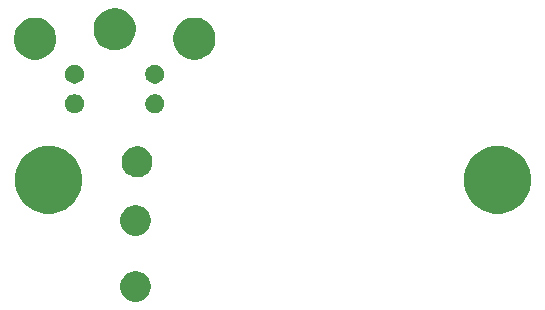
<source format=gbr>
G04 #@! TF.GenerationSoftware,KiCad,Pcbnew,(5.1.4)-1*
G04 #@! TF.CreationDate,2020-06-19T15:30:03+02:00*
G04 #@! TF.ProjectId,S-VHS ZX Spectrum Rev. C,532d5648-5320-45a5-9820-537065637472,rev?*
G04 #@! TF.SameCoordinates,Original*
G04 #@! TF.FileFunction,Soldermask,Bot*
G04 #@! TF.FilePolarity,Negative*
%FSLAX46Y46*%
G04 Gerber Fmt 4.6, Leading zero omitted, Abs format (unit mm)*
G04 Created by KiCad (PCBNEW (5.1.4)-1) date 2020-06-19 15:30:03*
%MOMM*%
%LPD*%
G04 APERTURE LIST*
%ADD10C,0.150000*%
G04 APERTURE END LIST*
D10*
G36*
X146683393Y-110255304D02*
G01*
X146920101Y-110353352D01*
X146920103Y-110353353D01*
X147133135Y-110495696D01*
X147314304Y-110676865D01*
X147456647Y-110889897D01*
X147456648Y-110889899D01*
X147554696Y-111126607D01*
X147604680Y-111377893D01*
X147604680Y-111634107D01*
X147554696Y-111885393D01*
X147456648Y-112122101D01*
X147456647Y-112122103D01*
X147314304Y-112335135D01*
X147133135Y-112516304D01*
X146920103Y-112658647D01*
X146920102Y-112658648D01*
X146920101Y-112658648D01*
X146683393Y-112756696D01*
X146432107Y-112806680D01*
X146175893Y-112806680D01*
X145924607Y-112756696D01*
X145687899Y-112658648D01*
X145687898Y-112658648D01*
X145687897Y-112658647D01*
X145474865Y-112516304D01*
X145293696Y-112335135D01*
X145151353Y-112122103D01*
X145151352Y-112122101D01*
X145053304Y-111885393D01*
X145003320Y-111634107D01*
X145003320Y-111377893D01*
X145053304Y-111126607D01*
X145151352Y-110889899D01*
X145151353Y-110889897D01*
X145293696Y-110676865D01*
X145474865Y-110495696D01*
X145687897Y-110353353D01*
X145687899Y-110353352D01*
X145924607Y-110255304D01*
X146175893Y-110205320D01*
X146432107Y-110205320D01*
X146683393Y-110255304D01*
X146683393Y-110255304D01*
G37*
G36*
X146683393Y-104667304D02*
G01*
X146920101Y-104765352D01*
X146920103Y-104765353D01*
X147133135Y-104907696D01*
X147314304Y-105088865D01*
X147456647Y-105301897D01*
X147456648Y-105301899D01*
X147554696Y-105538607D01*
X147604680Y-105789893D01*
X147604680Y-106046107D01*
X147554696Y-106297393D01*
X147456648Y-106534101D01*
X147456647Y-106534103D01*
X147314304Y-106747135D01*
X147133135Y-106928304D01*
X146920103Y-107070647D01*
X146920102Y-107070648D01*
X146920101Y-107070648D01*
X146683393Y-107168696D01*
X146432107Y-107218680D01*
X146175893Y-107218680D01*
X145924607Y-107168696D01*
X145687899Y-107070648D01*
X145687898Y-107070648D01*
X145687897Y-107070647D01*
X145474865Y-106928304D01*
X145293696Y-106747135D01*
X145151353Y-106534103D01*
X145151352Y-106534101D01*
X145053304Y-106297393D01*
X145003320Y-106046107D01*
X145003320Y-105789893D01*
X145053304Y-105538607D01*
X145151352Y-105301899D01*
X145151353Y-105301897D01*
X145293696Y-105088865D01*
X145474865Y-104907696D01*
X145687897Y-104765353D01*
X145687899Y-104765352D01*
X145924607Y-104667304D01*
X146175893Y-104617320D01*
X146432107Y-104617320D01*
X146683393Y-104667304D01*
X146683393Y-104667304D01*
G37*
G36*
X177363119Y-99664320D02*
G01*
X177781606Y-99747562D01*
X178300455Y-99962476D01*
X178767407Y-100274484D01*
X179164516Y-100671593D01*
X179476524Y-101138545D01*
X179691438Y-101657394D01*
X179801000Y-102208201D01*
X179801000Y-102769799D01*
X179691438Y-103320606D01*
X179476524Y-103839455D01*
X179164516Y-104306407D01*
X178767407Y-104703516D01*
X178300455Y-105015524D01*
X177781606Y-105230438D01*
X177230800Y-105340000D01*
X176669200Y-105340000D01*
X176118394Y-105230438D01*
X175599545Y-105015524D01*
X175132593Y-104703516D01*
X174735484Y-104306407D01*
X174423476Y-103839455D01*
X174208562Y-103320606D01*
X174099000Y-102769799D01*
X174099000Y-102208201D01*
X174208562Y-101657394D01*
X174423476Y-101138545D01*
X174735484Y-100671593D01*
X175132593Y-100274484D01*
X175599545Y-99962476D01*
X176118394Y-99747562D01*
X176536881Y-99664320D01*
X176669200Y-99638000D01*
X177230800Y-99638000D01*
X177363119Y-99664320D01*
X177363119Y-99664320D01*
G37*
G36*
X139351119Y-99664320D02*
G01*
X139769606Y-99747562D01*
X140288455Y-99962476D01*
X140755407Y-100274484D01*
X141152516Y-100671593D01*
X141464524Y-101138545D01*
X141679438Y-101657394D01*
X141789000Y-102208201D01*
X141789000Y-102769799D01*
X141679438Y-103320606D01*
X141464524Y-103839455D01*
X141152516Y-104306407D01*
X140755407Y-104703516D01*
X140288455Y-105015524D01*
X139769606Y-105230438D01*
X139218800Y-105340000D01*
X138657200Y-105340000D01*
X138106394Y-105230438D01*
X137587545Y-105015524D01*
X137120593Y-104703516D01*
X136723484Y-104306407D01*
X136411476Y-103839455D01*
X136196562Y-103320606D01*
X136087000Y-102769799D01*
X136087000Y-102208201D01*
X136196562Y-101657394D01*
X136411476Y-101138545D01*
X136723484Y-100671593D01*
X137120593Y-100274484D01*
X137587545Y-99962476D01*
X138106394Y-99747562D01*
X138524881Y-99664320D01*
X138657200Y-99638000D01*
X139218800Y-99638000D01*
X139351119Y-99664320D01*
X139351119Y-99664320D01*
G37*
G36*
X146810393Y-99714304D02*
G01*
X147047101Y-99812352D01*
X147047103Y-99812353D01*
X147260135Y-99954696D01*
X147441304Y-100135865D01*
X147533925Y-100274483D01*
X147583648Y-100348899D01*
X147681696Y-100585607D01*
X147731680Y-100836893D01*
X147731680Y-101093107D01*
X147681696Y-101344393D01*
X147583648Y-101581101D01*
X147583647Y-101581103D01*
X147441304Y-101794135D01*
X147260135Y-101975304D01*
X147047103Y-102117647D01*
X147047102Y-102117648D01*
X147047101Y-102117648D01*
X146810393Y-102215696D01*
X146559107Y-102265680D01*
X146302893Y-102265680D01*
X146051607Y-102215696D01*
X145814899Y-102117648D01*
X145814898Y-102117648D01*
X145814897Y-102117647D01*
X145601865Y-101975304D01*
X145420696Y-101794135D01*
X145278353Y-101581103D01*
X145278352Y-101581101D01*
X145180304Y-101344393D01*
X145130320Y-101093107D01*
X145130320Y-100836893D01*
X145180304Y-100585607D01*
X145278352Y-100348899D01*
X145328075Y-100274483D01*
X145420696Y-100135865D01*
X145601865Y-99954696D01*
X145814897Y-99812353D01*
X145814899Y-99812352D01*
X146051607Y-99714304D01*
X146302893Y-99664320D01*
X146559107Y-99664320D01*
X146810393Y-99714304D01*
X146810393Y-99714304D01*
G37*
G36*
X148166642Y-95264781D02*
G01*
X148312414Y-95325162D01*
X148312416Y-95325163D01*
X148443608Y-95412822D01*
X148555178Y-95524392D01*
X148642837Y-95655584D01*
X148642838Y-95655586D01*
X148703219Y-95801358D01*
X148734000Y-95956107D01*
X148734000Y-96113893D01*
X148703219Y-96268642D01*
X148642838Y-96414414D01*
X148642837Y-96414416D01*
X148555178Y-96545608D01*
X148443608Y-96657178D01*
X148312416Y-96744837D01*
X148312415Y-96744838D01*
X148312414Y-96744838D01*
X148166642Y-96805219D01*
X148011893Y-96836000D01*
X147854107Y-96836000D01*
X147699358Y-96805219D01*
X147553586Y-96744838D01*
X147553585Y-96744838D01*
X147553584Y-96744837D01*
X147422392Y-96657178D01*
X147310822Y-96545608D01*
X147223163Y-96414416D01*
X147223162Y-96414414D01*
X147162781Y-96268642D01*
X147132000Y-96113893D01*
X147132000Y-95956107D01*
X147162781Y-95801358D01*
X147223162Y-95655586D01*
X147223163Y-95655584D01*
X147310822Y-95524392D01*
X147422392Y-95412822D01*
X147553584Y-95325163D01*
X147553586Y-95325162D01*
X147699358Y-95264781D01*
X147854107Y-95234000D01*
X148011893Y-95234000D01*
X148166642Y-95264781D01*
X148166642Y-95264781D01*
G37*
G36*
X141366642Y-95264781D02*
G01*
X141512414Y-95325162D01*
X141512416Y-95325163D01*
X141643608Y-95412822D01*
X141755178Y-95524392D01*
X141842837Y-95655584D01*
X141842838Y-95655586D01*
X141903219Y-95801358D01*
X141934000Y-95956107D01*
X141934000Y-96113893D01*
X141903219Y-96268642D01*
X141842838Y-96414414D01*
X141842837Y-96414416D01*
X141755178Y-96545608D01*
X141643608Y-96657178D01*
X141512416Y-96744837D01*
X141512415Y-96744838D01*
X141512414Y-96744838D01*
X141366642Y-96805219D01*
X141211893Y-96836000D01*
X141054107Y-96836000D01*
X140899358Y-96805219D01*
X140753586Y-96744838D01*
X140753585Y-96744838D01*
X140753584Y-96744837D01*
X140622392Y-96657178D01*
X140510822Y-96545608D01*
X140423163Y-96414416D01*
X140423162Y-96414414D01*
X140362781Y-96268642D01*
X140332000Y-96113893D01*
X140332000Y-95956107D01*
X140362781Y-95801358D01*
X140423162Y-95655586D01*
X140423163Y-95655584D01*
X140510822Y-95524392D01*
X140622392Y-95412822D01*
X140753584Y-95325163D01*
X140753586Y-95325162D01*
X140899358Y-95264781D01*
X141054107Y-95234000D01*
X141211893Y-95234000D01*
X141366642Y-95264781D01*
X141366642Y-95264781D01*
G37*
G36*
X141366642Y-92764781D02*
G01*
X141512414Y-92825162D01*
X141512416Y-92825163D01*
X141643608Y-92912822D01*
X141755178Y-93024392D01*
X141842837Y-93155584D01*
X141842838Y-93155586D01*
X141903219Y-93301358D01*
X141934000Y-93456107D01*
X141934000Y-93613893D01*
X141903219Y-93768642D01*
X141842838Y-93914414D01*
X141842837Y-93914416D01*
X141755178Y-94045608D01*
X141643608Y-94157178D01*
X141512416Y-94244837D01*
X141512415Y-94244838D01*
X141512414Y-94244838D01*
X141366642Y-94305219D01*
X141211893Y-94336000D01*
X141054107Y-94336000D01*
X140899358Y-94305219D01*
X140753586Y-94244838D01*
X140753585Y-94244838D01*
X140753584Y-94244837D01*
X140622392Y-94157178D01*
X140510822Y-94045608D01*
X140423163Y-93914416D01*
X140423162Y-93914414D01*
X140362781Y-93768642D01*
X140332000Y-93613893D01*
X140332000Y-93456107D01*
X140362781Y-93301358D01*
X140423162Y-93155586D01*
X140423163Y-93155584D01*
X140510822Y-93024392D01*
X140622392Y-92912822D01*
X140753584Y-92825163D01*
X140753586Y-92825162D01*
X140899358Y-92764781D01*
X141054107Y-92734000D01*
X141211893Y-92734000D01*
X141366642Y-92764781D01*
X141366642Y-92764781D01*
G37*
G36*
X148166642Y-92764781D02*
G01*
X148312414Y-92825162D01*
X148312416Y-92825163D01*
X148443608Y-92912822D01*
X148555178Y-93024392D01*
X148642837Y-93155584D01*
X148642838Y-93155586D01*
X148703219Y-93301358D01*
X148734000Y-93456107D01*
X148734000Y-93613893D01*
X148703219Y-93768642D01*
X148642838Y-93914414D01*
X148642837Y-93914416D01*
X148555178Y-94045608D01*
X148443608Y-94157178D01*
X148312416Y-94244837D01*
X148312415Y-94244838D01*
X148312414Y-94244838D01*
X148166642Y-94305219D01*
X148011893Y-94336000D01*
X147854107Y-94336000D01*
X147699358Y-94305219D01*
X147553586Y-94244838D01*
X147553585Y-94244838D01*
X147553584Y-94244837D01*
X147422392Y-94157178D01*
X147310822Y-94045608D01*
X147223163Y-93914416D01*
X147223162Y-93914414D01*
X147162781Y-93768642D01*
X147132000Y-93613893D01*
X147132000Y-93456107D01*
X147162781Y-93301358D01*
X147223162Y-93155586D01*
X147223163Y-93155584D01*
X147310822Y-93024392D01*
X147422392Y-92912822D01*
X147553584Y-92825163D01*
X147553586Y-92825162D01*
X147699358Y-92764781D01*
X147854107Y-92734000D01*
X148011893Y-92734000D01*
X148166642Y-92764781D01*
X148166642Y-92764781D01*
G37*
G36*
X138188372Y-88797193D02*
G01*
X138303228Y-88820039D01*
X138627804Y-88954482D01*
X138919915Y-89149665D01*
X139168335Y-89398085D01*
X139363518Y-89690196D01*
X139454836Y-89910659D01*
X139497961Y-90014773D01*
X139566500Y-90359339D01*
X139566500Y-90710661D01*
X139534424Y-90871915D01*
X139497961Y-91055228D01*
X139363518Y-91379804D01*
X139168335Y-91671915D01*
X138919915Y-91920335D01*
X138627804Y-92115518D01*
X138303228Y-92249961D01*
X138188372Y-92272807D01*
X137958661Y-92318500D01*
X137607339Y-92318500D01*
X137377628Y-92272807D01*
X137262772Y-92249961D01*
X136938196Y-92115518D01*
X136646085Y-91920335D01*
X136397665Y-91671915D01*
X136202482Y-91379804D01*
X136068039Y-91055228D01*
X136031576Y-90871915D01*
X135999500Y-90710661D01*
X135999500Y-90359339D01*
X136068039Y-90014773D01*
X136111164Y-89910659D01*
X136202482Y-89690196D01*
X136397665Y-89398085D01*
X136646085Y-89149665D01*
X136938196Y-88954482D01*
X137262772Y-88820039D01*
X137377628Y-88797193D01*
X137607339Y-88751500D01*
X137958661Y-88751500D01*
X138188372Y-88797193D01*
X138188372Y-88797193D01*
G37*
G36*
X151688372Y-88797193D02*
G01*
X151803228Y-88820039D01*
X152127804Y-88954482D01*
X152419915Y-89149665D01*
X152668335Y-89398085D01*
X152863518Y-89690196D01*
X152954836Y-89910659D01*
X152997961Y-90014773D01*
X153066500Y-90359339D01*
X153066500Y-90710661D01*
X153034424Y-90871915D01*
X152997961Y-91055228D01*
X152863518Y-91379804D01*
X152668335Y-91671915D01*
X152419915Y-91920335D01*
X152127804Y-92115518D01*
X151803228Y-92249961D01*
X151688372Y-92272807D01*
X151458661Y-92318500D01*
X151107339Y-92318500D01*
X150877628Y-92272807D01*
X150762772Y-92249961D01*
X150438196Y-92115518D01*
X150146085Y-91920335D01*
X149897665Y-91671915D01*
X149702482Y-91379804D01*
X149568039Y-91055228D01*
X149531576Y-90871915D01*
X149499500Y-90710661D01*
X149499500Y-90359339D01*
X149568039Y-90014773D01*
X149611164Y-89910659D01*
X149702482Y-89690196D01*
X149897665Y-89398085D01*
X150146085Y-89149665D01*
X150438196Y-88954482D01*
X150762772Y-88820039D01*
X150877628Y-88797193D01*
X151107339Y-88751500D01*
X151458661Y-88751500D01*
X151688372Y-88797193D01*
X151688372Y-88797193D01*
G37*
G36*
X144938372Y-87997193D02*
G01*
X145053228Y-88020039D01*
X145377804Y-88154482D01*
X145669915Y-88349665D01*
X145918335Y-88598085D01*
X146113518Y-88890196D01*
X146247961Y-89214772D01*
X146247961Y-89214773D01*
X146316500Y-89559339D01*
X146316500Y-89910661D01*
X146270807Y-90140372D01*
X146247961Y-90255228D01*
X146113518Y-90579804D01*
X145918335Y-90871915D01*
X145669915Y-91120335D01*
X145377804Y-91315518D01*
X145053228Y-91449961D01*
X144938372Y-91472807D01*
X144708661Y-91518500D01*
X144357339Y-91518500D01*
X144127628Y-91472807D01*
X144012772Y-91449961D01*
X143688196Y-91315518D01*
X143396085Y-91120335D01*
X143147665Y-90871915D01*
X142952482Y-90579804D01*
X142818039Y-90255228D01*
X142795193Y-90140372D01*
X142749500Y-89910661D01*
X142749500Y-89559339D01*
X142818039Y-89214773D01*
X142818039Y-89214772D01*
X142952482Y-88890196D01*
X143147665Y-88598085D01*
X143396085Y-88349665D01*
X143688196Y-88154482D01*
X144012772Y-88020039D01*
X144127628Y-87997193D01*
X144357339Y-87951500D01*
X144708661Y-87951500D01*
X144938372Y-87997193D01*
X144938372Y-87997193D01*
G37*
M02*

</source>
